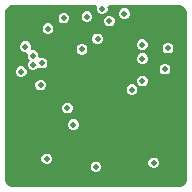
<source format=gbr>
%TF.GenerationSoftware,Altium Limited,Altium Designer,25.8.1 (18)*%
G04 Layer_Physical_Order=2*
G04 Layer_Color=36540*
%FSLAX45Y45*%
%MOMM*%
%TF.SameCoordinates,B646849D-B937-4B77-9D6D-868C213BF6CA*%
%TF.FilePolarity,Positive*%
%TF.FileFunction,Copper,L2,Inr,Signal*%
%TF.Part,Single*%
G01*
G75*
%TA.AperFunction,ViaPad*%
%ADD23C,0.50000*%
G36*
X3684330Y3718485D02*
X3700511Y3711785D01*
X3715073Y3702056D01*
X3727456Y3689672D01*
X3737184Y3675110D01*
X3743884Y3658929D01*
X3746004Y3648261D01*
Y2247900D01*
Y2240602D01*
X3743156Y2226285D01*
X3737570Y2212798D01*
X3729460Y2200662D01*
X3719138Y2190340D01*
X3707001Y2182230D01*
X3693515Y2176644D01*
X3679199Y2173796D01*
X2264601D01*
X2250285Y2176644D01*
X2236798Y2182230D01*
X2224662Y2190340D01*
X2214339Y2200662D01*
X2206230Y2212798D01*
X2200644Y2226284D01*
X2197796Y2240601D01*
Y2247900D01*
Y3647900D01*
Y3655982D01*
X2200059Y3667358D01*
X2205864Y3681370D01*
X2214290Y3693980D01*
X2225014Y3704705D01*
X2237624Y3713131D01*
X2251637Y3718935D01*
X2266512Y3721894D01*
X2274095D01*
X2274095Y3721895D01*
X2970144Y3721896D01*
X2982077Y3701896D01*
X2979330Y3695262D01*
Y3677360D01*
X2986180Y3660820D01*
X2998839Y3648162D01*
X3015379Y3641311D01*
X3033280D01*
X3049820Y3648162D01*
X3062479Y3660820D01*
X3069329Y3677360D01*
Y3695262D01*
X3066581Y3701896D01*
X3078515Y3721896D01*
X3658397Y3721897D01*
X3667154Y3721899D01*
X3684330Y3718485D01*
D02*
G37*
%LPC*%
G36*
X3222051Y3689900D02*
X3204149D01*
X3187610Y3683049D01*
X3174951Y3670390D01*
X3168100Y3653851D01*
Y3635949D01*
X3174951Y3619410D01*
X3187610Y3606751D01*
X3204149Y3599900D01*
X3222051D01*
X3238590Y3606751D01*
X3251249Y3619410D01*
X3258100Y3635949D01*
Y3653851D01*
X3251249Y3670390D01*
X3238590Y3683049D01*
X3222051Y3689900D01*
D02*
G37*
G36*
X2903451Y3664500D02*
X2885549D01*
X2869010Y3657649D01*
X2856351Y3644990D01*
X2849500Y3628451D01*
Y3610549D01*
X2856351Y3594010D01*
X2869010Y3581351D01*
X2885549Y3574500D01*
X2903451D01*
X2919991Y3581351D01*
X2932649Y3594010D01*
X2939500Y3610549D01*
Y3628451D01*
X2932649Y3644990D01*
X2919991Y3657649D01*
X2903451Y3664500D01*
D02*
G37*
G36*
X2708451Y3651800D02*
X2690549D01*
X2674010Y3644949D01*
X2661351Y3632290D01*
X2654500Y3615751D01*
Y3597849D01*
X2661351Y3581310D01*
X2674010Y3568651D01*
X2690549Y3561800D01*
X2708451D01*
X2724990Y3568651D01*
X2737649Y3581310D01*
X2744500Y3597849D01*
Y3615751D01*
X2737649Y3632290D01*
X2724990Y3644949D01*
X2708451Y3651800D01*
D02*
G37*
G36*
X3093284Y3626400D02*
X3075382D01*
X3058842Y3619549D01*
X3046184Y3606890D01*
X3039333Y3590351D01*
Y3572449D01*
X3046184Y3555910D01*
X3058842Y3543251D01*
X3075382Y3536400D01*
X3093284D01*
X3109823Y3543251D01*
X3122482Y3555910D01*
X3129333Y3572449D01*
Y3590351D01*
X3122482Y3606890D01*
X3109823Y3619549D01*
X3093284Y3626400D01*
D02*
G37*
G36*
X2574351Y3562900D02*
X2556449D01*
X2539910Y3556049D01*
X2527251Y3543390D01*
X2520400Y3526851D01*
Y3508949D01*
X2527251Y3492410D01*
X2539910Y3479751D01*
X2556449Y3472900D01*
X2574351D01*
X2590890Y3479751D01*
X2603549Y3492410D01*
X2610400Y3508949D01*
Y3526851D01*
X2603549Y3543390D01*
X2590890Y3556049D01*
X2574351Y3562900D01*
D02*
G37*
G36*
X2993557Y3476899D02*
X2975655D01*
X2959115Y3470048D01*
X2946457Y3457389D01*
X2939606Y3440850D01*
Y3422948D01*
X2946457Y3406408D01*
X2959115Y3393750D01*
X2975655Y3386899D01*
X2993557D01*
X3010096Y3393750D01*
X3022755Y3406408D01*
X3029606Y3422948D01*
Y3440850D01*
X3022755Y3457389D01*
X3010096Y3470048D01*
X2993557Y3476899D01*
D02*
G37*
G36*
X3374151Y3428220D02*
X3356249D01*
X3339710Y3421369D01*
X3327051Y3408710D01*
X3320200Y3392171D01*
Y3374269D01*
X3327051Y3357730D01*
X3339710Y3345071D01*
X3356249Y3338220D01*
X3374151D01*
X3390691Y3345071D01*
X3403349Y3357730D01*
X3410200Y3374269D01*
Y3392171D01*
X3403349Y3408710D01*
X3390691Y3421369D01*
X3374151Y3428220D01*
D02*
G37*
G36*
X3590351Y3397800D02*
X3572449D01*
X3555910Y3390949D01*
X3543251Y3378290D01*
X3536400Y3361751D01*
Y3343849D01*
X3543251Y3327310D01*
X3555910Y3314651D01*
X3572449Y3307800D01*
X3590351D01*
X3606890Y3314651D01*
X3619549Y3327310D01*
X3626400Y3343849D01*
Y3361751D01*
X3619549Y3378290D01*
X3606890Y3390949D01*
X3590351Y3397800D01*
D02*
G37*
G36*
X2862251Y3388828D02*
X2844349D01*
X2827810Y3381977D01*
X2815151Y3369319D01*
X2808300Y3352779D01*
Y3334878D01*
X2815151Y3318338D01*
X2827810Y3305679D01*
X2844349Y3298829D01*
X2862251D01*
X2878791Y3305679D01*
X2891449Y3318338D01*
X2898300Y3334878D01*
Y3352779D01*
X2891449Y3369319D01*
X2878791Y3381977D01*
X2862251Y3388828D01*
D02*
G37*
G36*
X3374451Y3308900D02*
X3356549D01*
X3340010Y3302049D01*
X3327351Y3289390D01*
X3320500Y3272851D01*
Y3254949D01*
X3327351Y3238410D01*
X3340010Y3225751D01*
X3356549Y3218900D01*
X3374451D01*
X3390990Y3225751D01*
X3403649Y3238410D01*
X3410500Y3254949D01*
Y3272851D01*
X3403649Y3289390D01*
X3390990Y3302049D01*
X3374451Y3308900D01*
D02*
G37*
G36*
X2383851Y3410500D02*
X2365949D01*
X2349410Y3403649D01*
X2336751Y3390990D01*
X2329900Y3374451D01*
Y3356549D01*
X2336751Y3340010D01*
X2349410Y3327351D01*
X2365949Y3320500D01*
X2380968D01*
X2389729Y3312176D01*
X2395678Y3303751D01*
X2393400Y3298251D01*
Y3280349D01*
X2400251Y3263810D01*
X2412909Y3251151D01*
X2402515Y3236503D01*
X2395664Y3219964D01*
Y3202062D01*
X2402515Y3185522D01*
X2415174Y3172864D01*
X2431713Y3166013D01*
X2449615D01*
X2466155Y3172864D01*
X2478813Y3185522D01*
X2499551Y3183326D01*
X2505649Y3180800D01*
X2523551D01*
X2540090Y3187651D01*
X2552749Y3200310D01*
X2559600Y3216849D01*
Y3234751D01*
X2552749Y3251290D01*
X2540090Y3263949D01*
X2523551Y3270800D01*
X2505649D01*
X2500149Y3268522D01*
X2491724Y3274471D01*
X2483400Y3283232D01*
Y3298251D01*
X2476549Y3314790D01*
X2463890Y3327449D01*
X2447351Y3334300D01*
X2432332D01*
X2423571Y3342624D01*
X2417622Y3351049D01*
X2419900Y3356549D01*
Y3374451D01*
X2413049Y3390990D01*
X2400390Y3403649D01*
X2383851Y3410500D01*
D02*
G37*
G36*
X3564951Y3220000D02*
X3547049D01*
X3530510Y3213149D01*
X3517851Y3200490D01*
X3511000Y3183951D01*
Y3166049D01*
X3517851Y3149510D01*
X3530510Y3136851D01*
X3547049Y3130000D01*
X3564951D01*
X3581490Y3136851D01*
X3594149Y3149510D01*
X3601000Y3166049D01*
Y3183951D01*
X3594149Y3200490D01*
X3581490Y3213149D01*
X3564951Y3220000D01*
D02*
G37*
G36*
X2349436Y3198781D02*
X2331534D01*
X2314995Y3191930D01*
X2302336Y3179272D01*
X2295485Y3162732D01*
Y3144830D01*
X2302336Y3128291D01*
X2314995Y3115632D01*
X2331534Y3108781D01*
X2349436D01*
X2365976Y3115632D01*
X2378634Y3128291D01*
X2385485Y3144830D01*
Y3162732D01*
X2378634Y3179272D01*
X2365976Y3191930D01*
X2349436Y3198781D01*
D02*
G37*
G36*
X3374451Y3118400D02*
X3356549D01*
X3340010Y3111549D01*
X3327351Y3098890D01*
X3320500Y3082351D01*
Y3064449D01*
X3327351Y3047910D01*
X3340010Y3035251D01*
X3356549Y3028400D01*
X3374451D01*
X3390990Y3035251D01*
X3403649Y3047910D01*
X3410500Y3064449D01*
Y3082351D01*
X3403649Y3098890D01*
X3390990Y3111549D01*
X3374451Y3118400D01*
D02*
G37*
G36*
X2513451Y3084900D02*
X2495549D01*
X2479010Y3078049D01*
X2466351Y3065390D01*
X2459500Y3048851D01*
Y3030949D01*
X2466351Y3014410D01*
X2479010Y3001751D01*
X2495549Y2994900D01*
X2513451D01*
X2529990Y3001751D01*
X2542649Y3014410D01*
X2549500Y3030949D01*
Y3048851D01*
X2542649Y3065390D01*
X2529990Y3078049D01*
X2513451Y3084900D01*
D02*
G37*
G36*
X3285551Y3047407D02*
X3267649D01*
X3251110Y3040556D01*
X3238451Y3027897D01*
X3231600Y3011358D01*
Y2993456D01*
X3238451Y2976917D01*
X3251110Y2964258D01*
X3267649Y2957407D01*
X3285551D01*
X3302090Y2964258D01*
X3314749Y2976917D01*
X3321600Y2993456D01*
Y3011358D01*
X3314749Y3027897D01*
X3302090Y3040556D01*
X3285551Y3047407D01*
D02*
G37*
G36*
X2739451Y2889800D02*
X2721549D01*
X2705010Y2882949D01*
X2692351Y2870290D01*
X2685500Y2853751D01*
Y2835849D01*
X2692351Y2819310D01*
X2705010Y2806651D01*
X2721549Y2799800D01*
X2739451D01*
X2755990Y2806651D01*
X2768649Y2819310D01*
X2775500Y2835849D01*
Y2853751D01*
X2768649Y2870290D01*
X2755990Y2882949D01*
X2739451Y2889800D01*
D02*
G37*
G36*
X2790251Y2750100D02*
X2772349D01*
X2755810Y2743249D01*
X2743151Y2730590D01*
X2736300Y2714051D01*
Y2696149D01*
X2743151Y2679610D01*
X2755810Y2666951D01*
X2772349Y2660100D01*
X2790251D01*
X2806790Y2666951D01*
X2819449Y2679610D01*
X2826300Y2696149D01*
Y2714051D01*
X2819449Y2730590D01*
X2806790Y2743249D01*
X2790251Y2750100D01*
D02*
G37*
G36*
X2563251Y2459600D02*
X2545349D01*
X2528810Y2452749D01*
X2516151Y2440090D01*
X2509300Y2423551D01*
Y2405649D01*
X2516151Y2389110D01*
X2528810Y2376451D01*
X2545349Y2369600D01*
X2563251D01*
X2579790Y2376451D01*
X2592449Y2389110D01*
X2599300Y2405649D01*
Y2423551D01*
X2592449Y2440090D01*
X2579790Y2452749D01*
X2563251Y2459600D01*
D02*
G37*
G36*
X3469851Y2426100D02*
X3451949D01*
X3435409Y2419249D01*
X3422751Y2406591D01*
X3415900Y2390051D01*
Y2372149D01*
X3422751Y2355610D01*
X3435409Y2342951D01*
X3451949Y2336100D01*
X3469851D01*
X3486390Y2342951D01*
X3499049Y2355610D01*
X3505900Y2372149D01*
Y2390051D01*
X3499049Y2406591D01*
X3486390Y2419249D01*
X3469851Y2426100D01*
D02*
G37*
G36*
X2980257Y2391756D02*
X2962355D01*
X2945816Y2384905D01*
X2933157Y2372246D01*
X2926306Y2355707D01*
Y2337805D01*
X2933157Y2321265D01*
X2945816Y2308607D01*
X2962355Y2301756D01*
X2980257D01*
X2996796Y2308607D01*
X3009455Y2321265D01*
X3016306Y2337805D01*
Y2355707D01*
X3009455Y2372246D01*
X2996796Y2384905D01*
X2980257Y2391756D01*
D02*
G37*
%LPD*%
D23*
X3581400Y3352800D02*
D03*
X3556000Y3175000D02*
D03*
X2849900Y3200400D02*
D03*
X2578100Y3441700D02*
D03*
Y2616200D02*
D03*
X3352800Y2590800D02*
D03*
X3201826Y3566820D02*
D03*
X3604600Y2933700D02*
D03*
X3149600Y3136900D02*
D03*
X3124500Y2311400D02*
D03*
X3015700Y3251200D02*
D03*
X2260600Y3054500D02*
D03*
X2635800Y2851700D02*
D03*
X3028411Y2891100D02*
D03*
X2853300Y3343828D02*
D03*
X3213100Y3644900D02*
D03*
X3365500Y3073400D02*
D03*
Y3263900D02*
D03*
X2781300Y2705100D02*
D03*
X2438400Y3289300D02*
D03*
X2565400Y3517900D02*
D03*
X3365200Y3383220D02*
D03*
X3460900Y2381100D02*
D03*
X2730500Y2844800D02*
D03*
X2554300Y2414600D02*
D03*
X2504500Y3039900D02*
D03*
X3276600Y3002407D02*
D03*
X2514600Y3225800D02*
D03*
X2894500Y3619500D02*
D03*
X2440664Y3211013D02*
D03*
X2374900Y3365500D02*
D03*
X3084333Y3581400D02*
D03*
X2984606Y3431899D02*
D03*
X2699500Y3606800D02*
D03*
X2340485Y3153781D02*
D03*
X3024329Y3686311D02*
D03*
X2971306Y2346756D02*
D03*
%TF.MD5,838755e88f1bafc34fca27e594aac326*%
M02*

</source>
